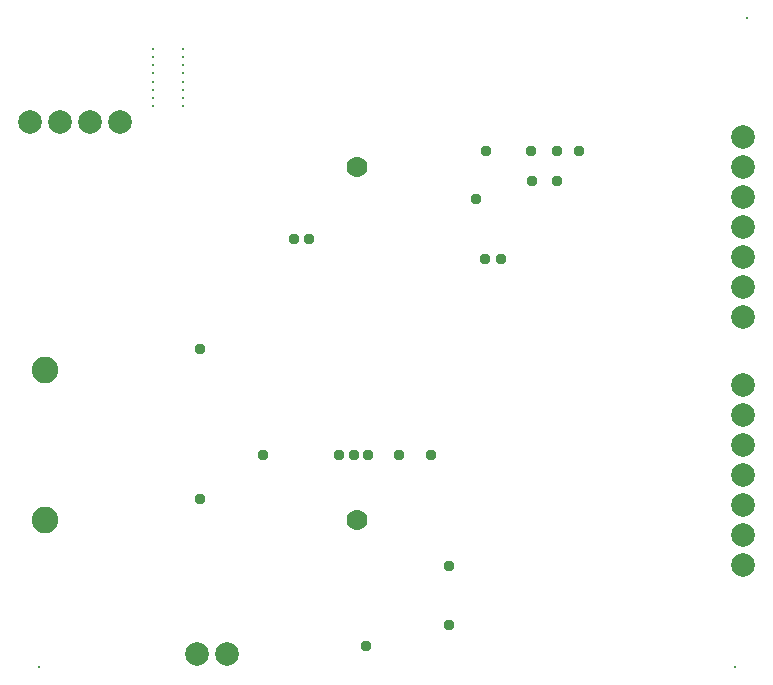
<source format=gbs>
G04 Layer_Color=16711935*
%FSLAX44Y44*%
%MOMM*%
G71*
G01*
G75*
%ADD25C,2.0000*%
%ADD55C,2.2500*%
%ADD56C,0.2500*%
%ADD57C,1.7740*%
%ADD58C,0.9500*%
D25*
X27940Y496570D02*
D03*
X53340D02*
D03*
X104140D02*
D03*
X78740D02*
D03*
X631500Y331470D02*
D03*
Y356870D02*
D03*
Y458470D02*
D03*
Y483870D02*
D03*
Y433070D02*
D03*
Y407670D02*
D03*
Y382270D02*
D03*
X631190Y121920D02*
D03*
Y147320D02*
D03*
Y248920D02*
D03*
Y274320D02*
D03*
Y223520D02*
D03*
Y198120D02*
D03*
Y172720D02*
D03*
X168910Y46521D02*
D03*
X194310D02*
D03*
D55*
X40600Y287020D02*
D03*
Y160020D02*
D03*
D56*
X635000Y585000D02*
D03*
X625000Y35000D02*
D03*
X35000D02*
D03*
X157480Y509800D02*
D03*
Y516800D02*
D03*
Y523800D02*
D03*
Y530800D02*
D03*
Y537800D02*
D03*
Y544800D02*
D03*
Y551800D02*
D03*
Y558800D02*
D03*
X132080D02*
D03*
Y551800D02*
D03*
Y544800D02*
D03*
Y537800D02*
D03*
Y530800D02*
D03*
Y523800D02*
D03*
Y516800D02*
D03*
Y509800D02*
D03*
D57*
X304800Y458520D02*
D03*
Y160020D02*
D03*
D58*
X367030Y214630D02*
D03*
X340360D02*
D03*
X382270Y71120D02*
D03*
X224790Y214630D02*
D03*
X382270Y120650D02*
D03*
X313690Y214630D02*
D03*
X289560D02*
D03*
X412750Y381009D02*
D03*
X452430Y447040D02*
D03*
X302260Y214630D02*
D03*
X426729Y381009D02*
D03*
X473710Y447040D02*
D03*
X405130Y431800D02*
D03*
X171450Y177800D02*
D03*
Y304800D02*
D03*
X251460Y397510D02*
D03*
X264160D02*
D03*
X452120Y472440D02*
D03*
X473710D02*
D03*
X492760Y472130D02*
D03*
X413410Y472440D02*
D03*
X312530Y53340D02*
D03*
M02*

</source>
